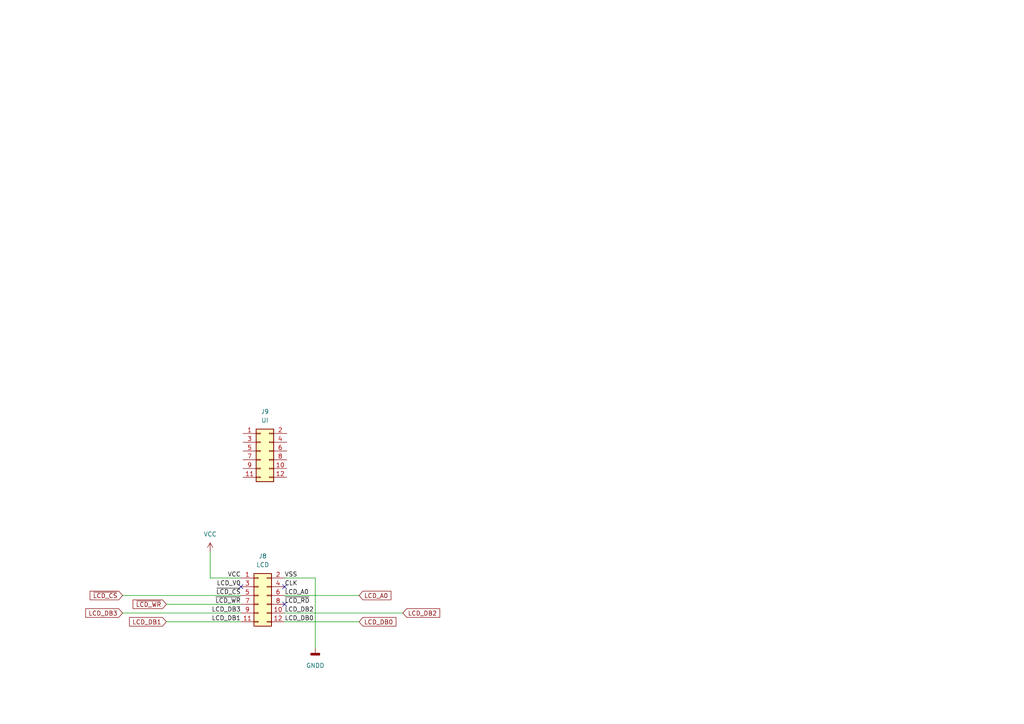
<source format=kicad_sch>
(kicad_sch (version 20211123) (generator eeschema)

  (uuid 21fbcf11-ef85-495e-ac4e-ca7efd6c0976)

  (paper "A4")

  (lib_symbols
    (symbol "Connector_Generic:Conn_02x06_Odd_Even" (pin_names (offset 1.016) hide) (in_bom yes) (on_board yes)
      (property "Reference" "J" (id 0) (at 1.27 7.62 0)
        (effects (font (size 1.27 1.27)))
      )
      (property "Value" "Conn_02x06_Odd_Even" (id 1) (at 1.27 -10.16 0)
        (effects (font (size 1.27 1.27)))
      )
      (property "Footprint" "" (id 2) (at 0 0 0)
        (effects (font (size 1.27 1.27)) hide)
      )
      (property "Datasheet" "~" (id 3) (at 0 0 0)
        (effects (font (size 1.27 1.27)) hide)
      )
      (property "ki_keywords" "connector" (id 4) (at 0 0 0)
        (effects (font (size 1.27 1.27)) hide)
      )
      (property "ki_description" "Generic connector, double row, 02x06, odd/even pin numbering scheme (row 1 odd numbers, row 2 even numbers), script generated (kicad-library-utils/schlib/autogen/connector/)" (id 5) (at 0 0 0)
        (effects (font (size 1.27 1.27)) hide)
      )
      (property "ki_fp_filters" "Connector*:*_2x??_*" (id 6) (at 0 0 0)
        (effects (font (size 1.27 1.27)) hide)
      )
      (symbol "Conn_02x06_Odd_Even_1_1"
        (rectangle (start -1.27 -7.493) (end 0 -7.747)
          (stroke (width 0.1524) (type default) (color 0 0 0 0))
          (fill (type none))
        )
        (rectangle (start -1.27 -4.953) (end 0 -5.207)
          (stroke (width 0.1524) (type default) (color 0 0 0 0))
          (fill (type none))
        )
        (rectangle (start -1.27 -2.413) (end 0 -2.667)
          (stroke (width 0.1524) (type default) (color 0 0 0 0))
          (fill (type none))
        )
        (rectangle (start -1.27 0.127) (end 0 -0.127)
          (stroke (width 0.1524) (type default) (color 0 0 0 0))
          (fill (type none))
        )
        (rectangle (start -1.27 2.667) (end 0 2.413)
          (stroke (width 0.1524) (type default) (color 0 0 0 0))
          (fill (type none))
        )
        (rectangle (start -1.27 5.207) (end 0 4.953)
          (stroke (width 0.1524) (type default) (color 0 0 0 0))
          (fill (type none))
        )
        (rectangle (start -1.27 6.35) (end 3.81 -8.89)
          (stroke (width 0.254) (type default) (color 0 0 0 0))
          (fill (type background))
        )
        (rectangle (start 3.81 -7.493) (end 2.54 -7.747)
          (stroke (width 0.1524) (type default) (color 0 0 0 0))
          (fill (type none))
        )
        (rectangle (start 3.81 -4.953) (end 2.54 -5.207)
          (stroke (width 0.1524) (type default) (color 0 0 0 0))
          (fill (type none))
        )
        (rectangle (start 3.81 -2.413) (end 2.54 -2.667)
          (stroke (width 0.1524) (type default) (color 0 0 0 0))
          (fill (type none))
        )
        (rectangle (start 3.81 0.127) (end 2.54 -0.127)
          (stroke (width 0.1524) (type default) (color 0 0 0 0))
          (fill (type none))
        )
        (rectangle (start 3.81 2.667) (end 2.54 2.413)
          (stroke (width 0.1524) (type default) (color 0 0 0 0))
          (fill (type none))
        )
        (rectangle (start 3.81 5.207) (end 2.54 4.953)
          (stroke (width 0.1524) (type default) (color 0 0 0 0))
          (fill (type none))
        )
        (pin passive line (at -5.08 5.08 0) (length 3.81)
          (name "Pin_1" (effects (font (size 1.27 1.27))))
          (number "1" (effects (font (size 1.27 1.27))))
        )
        (pin passive line (at 7.62 -5.08 180) (length 3.81)
          (name "Pin_10" (effects (font (size 1.27 1.27))))
          (number "10" (effects (font (size 1.27 1.27))))
        )
        (pin passive line (at -5.08 -7.62 0) (length 3.81)
          (name "Pin_11" (effects (font (size 1.27 1.27))))
          (number "11" (effects (font (size 1.27 1.27))))
        )
        (pin passive line (at 7.62 -7.62 180) (length 3.81)
          (name "Pin_12" (effects (font (size 1.27 1.27))))
          (number "12" (effects (font (size 1.27 1.27))))
        )
        (pin passive line (at 7.62 5.08 180) (length 3.81)
          (name "Pin_2" (effects (font (size 1.27 1.27))))
          (number "2" (effects (font (size 1.27 1.27))))
        )
        (pin passive line (at -5.08 2.54 0) (length 3.81)
          (name "Pin_3" (effects (font (size 1.27 1.27))))
          (number "3" (effects (font (size 1.27 1.27))))
        )
        (pin passive line (at 7.62 2.54 180) (length 3.81)
          (name "Pin_4" (effects (font (size 1.27 1.27))))
          (number "4" (effects (font (size 1.27 1.27))))
        )
        (pin passive line (at -5.08 0 0) (length 3.81)
          (name "Pin_5" (effects (font (size 1.27 1.27))))
          (number "5" (effects (font (size 1.27 1.27))))
        )
        (pin passive line (at 7.62 0 180) (length 3.81)
          (name "Pin_6" (effects (font (size 1.27 1.27))))
          (number "6" (effects (font (size 1.27 1.27))))
        )
        (pin passive line (at -5.08 -2.54 0) (length 3.81)
          (name "Pin_7" (effects (font (size 1.27 1.27))))
          (number "7" (effects (font (size 1.27 1.27))))
        )
        (pin passive line (at 7.62 -2.54 180) (length 3.81)
          (name "Pin_8" (effects (font (size 1.27 1.27))))
          (number "8" (effects (font (size 1.27 1.27))))
        )
        (pin passive line (at -5.08 -5.08 0) (length 3.81)
          (name "Pin_9" (effects (font (size 1.27 1.27))))
          (number "9" (effects (font (size 1.27 1.27))))
        )
      )
    )
    (symbol "power:GNDD" (power) (pin_names (offset 0)) (in_bom yes) (on_board yes)
      (property "Reference" "#PWR" (id 0) (at 0 -6.35 0)
        (effects (font (size 1.27 1.27)) hide)
      )
      (property "Value" "GNDD" (id 1) (at 0 -3.175 0)
        (effects (font (size 1.27 1.27)))
      )
      (property "Footprint" "" (id 2) (at 0 0 0)
        (effects (font (size 1.27 1.27)) hide)
      )
      (property "Datasheet" "" (id 3) (at 0 0 0)
        (effects (font (size 1.27 1.27)) hide)
      )
      (property "ki_keywords" "power-flag" (id 4) (at 0 0 0)
        (effects (font (size 1.27 1.27)) hide)
      )
      (property "ki_description" "Power symbol creates a global label with name \"GNDD\" , digital ground" (id 5) (at 0 0 0)
        (effects (font (size 1.27 1.27)) hide)
      )
      (symbol "GNDD_0_1"
        (rectangle (start -1.27 -1.524) (end 1.27 -2.032)
          (stroke (width 0.254) (type default) (color 0 0 0 0))
          (fill (type outline))
        )
        (polyline
          (pts
            (xy 0 0)
            (xy 0 -1.524)
          )
          (stroke (width 0) (type default) (color 0 0 0 0))
          (fill (type none))
        )
      )
      (symbol "GNDD_1_1"
        (pin power_in line (at 0 0 270) (length 0) hide
          (name "GNDD" (effects (font (size 1.27 1.27))))
          (number "1" (effects (font (size 1.27 1.27))))
        )
      )
    )
    (symbol "power:VCC" (power) (pin_names (offset 0)) (in_bom yes) (on_board yes)
      (property "Reference" "#PWR" (id 0) (at 0 -3.81 0)
        (effects (font (size 1.27 1.27)) hide)
      )
      (property "Value" "VCC" (id 1) (at 0 3.81 0)
        (effects (font (size 1.27 1.27)))
      )
      (property "Footprint" "" (id 2) (at 0 0 0)
        (effects (font (size 1.27 1.27)) hide)
      )
      (property "Datasheet" "" (id 3) (at 0 0 0)
        (effects (font (size 1.27 1.27)) hide)
      )
      (property "ki_keywords" "power-flag" (id 4) (at 0 0 0)
        (effects (font (size 1.27 1.27)) hide)
      )
      (property "ki_description" "Power symbol creates a global label with name \"VCC\"" (id 5) (at 0 0 0)
        (effects (font (size 1.27 1.27)) hide)
      )
      (symbol "VCC_0_1"
        (polyline
          (pts
            (xy -0.762 1.27)
            (xy 0 2.54)
          )
          (stroke (width 0) (type default) (color 0 0 0 0))
          (fill (type none))
        )
        (polyline
          (pts
            (xy 0 0)
            (xy 0 2.54)
          )
          (stroke (width 0) (type default) (color 0 0 0 0))
          (fill (type none))
        )
        (polyline
          (pts
            (xy 0 2.54)
            (xy 0.762 1.27)
          )
          (stroke (width 0) (type default) (color 0 0 0 0))
          (fill (type none))
        )
      )
      (symbol "VCC_1_1"
        (pin power_in line (at 0 0 90) (length 0) hide
          (name "VCC" (effects (font (size 1.27 1.27))))
          (number "1" (effects (font (size 1.27 1.27))))
        )
      )
    )
  )


  (no_connect (at 82.55 170.18) (uuid 3c3596ff-7fd6-42bc-8038-056cd391a1bc))
  (no_connect (at 69.85 170.18) (uuid 6a92c775-d50e-489b-8bd8-6cb2d50e5dc9))
  (no_connect (at 82.55 175.26) (uuid bb461839-8837-41e1-8e8a-634785b5d0c6))

  (wire (pts (xy 91.44 167.64) (xy 91.44 187.96))
    (stroke (width 0) (type default) (color 0 0 0 0))
    (uuid 0b3f4cf6-a1c1-481e-9962-b81177605508)
  )
  (wire (pts (xy 82.55 177.8) (xy 116.84 177.8))
    (stroke (width 0) (type default) (color 0 0 0 0))
    (uuid 25662a57-a9cb-4313-847b-fd90d848c023)
  )
  (wire (pts (xy 35.56 172.72) (xy 69.85 172.72))
    (stroke (width 0) (type default) (color 0 0 0 0))
    (uuid 30d80135-62b0-4aa8-9be6-c8f89d3e512b)
  )
  (wire (pts (xy 35.56 177.8) (xy 69.85 177.8))
    (stroke (width 0) (type default) (color 0 0 0 0))
    (uuid 3ccaa54c-502a-4e2d-a084-340b47ce0096)
  )
  (wire (pts (xy 48.26 180.34) (xy 69.85 180.34))
    (stroke (width 0) (type default) (color 0 0 0 0))
    (uuid 5cd6bc3d-bde4-40fd-b505-724735227cc1)
  )
  (wire (pts (xy 82.55 172.72) (xy 104.14 172.72))
    (stroke (width 0) (type default) (color 0 0 0 0))
    (uuid 832badf1-ffd5-4b18-8ced-80d90a51dcde)
  )
  (wire (pts (xy 60.96 160.02) (xy 60.96 167.64))
    (stroke (width 0) (type default) (color 0 0 0 0))
    (uuid a12d7c5c-2e61-4b5c-ae62-7cbd33fc5e69)
  )
  (wire (pts (xy 82.55 180.34) (xy 104.14 180.34))
    (stroke (width 0) (type default) (color 0 0 0 0))
    (uuid a1f4f75c-32d8-4b09-b6d6-194db5f137a2)
  )
  (wire (pts (xy 48.26 175.26) (xy 69.85 175.26))
    (stroke (width 0) (type default) (color 0 0 0 0))
    (uuid b2c7eabd-3236-4d52-8e81-e6edc7312a53)
  )
  (wire (pts (xy 60.96 167.64) (xy 69.85 167.64))
    (stroke (width 0) (type default) (color 0 0 0 0))
    (uuid bb8e6a47-ef13-4e49-a44e-c8790474f6ab)
  )
  (wire (pts (xy 82.55 167.64) (xy 91.44 167.64))
    (stroke (width 0) (type default) (color 0 0 0 0))
    (uuid fd70c394-37a5-4370-9fc6-03be05dcc83a)
  )

  (label "LCD_A0" (at 82.55 172.72 0)
    (effects (font (size 1.27 1.27)) (justify left bottom))
    (uuid 4771aafe-c21e-4957-8a7e-182ed33d7d35)
  )
  (label "LCD_DB3" (at 69.85 177.8 180)
    (effects (font (size 1.27 1.27)) (justify right bottom))
    (uuid 5227eeea-ff3c-41cc-bb30-d4977e2d1b95)
  )
  (label "CLK" (at 82.55 170.18 0)
    (effects (font (size 1.27 1.27)) (justify left bottom))
    (uuid 55799ddd-bcbb-43bb-bbfc-6cf907be654f)
  )
  (label "LCD_DB1" (at 69.85 180.34 180)
    (effects (font (size 1.27 1.27)) (justify right bottom))
    (uuid 61ca7a1b-1aab-4094-954a-ace70cc645ba)
  )
  (label "LCD_DB0" (at 82.55 180.34 0)
    (effects (font (size 1.27 1.27)) (justify left bottom))
    (uuid 6e479f99-4264-4984-867d-83e69e5afdd8)
  )
  (label "VSS" (at 82.55 167.64 0)
    (effects (font (size 1.27 1.27)) (justify left bottom))
    (uuid 92cc83f0-aa3a-4e82-9fe1-5f7216f20ef7)
  )
  (label "LCD_V0" (at 69.85 170.18 180)
    (effects (font (size 1.27 1.27)) (justify right bottom))
    (uuid b4654b8d-3268-4ee6-b586-62eb74ecaf17)
  )
  (label "~{LCD_RD}" (at 82.55 175.26 0)
    (effects (font (size 1.27 1.27)) (justify left bottom))
    (uuid b50165d4-d389-4cc2-b561-de1237fadac7)
  )
  (label "~{LCD_CS}" (at 69.85 172.72 180)
    (effects (font (size 1.27 1.27)) (justify right bottom))
    (uuid b7a83109-989c-438e-a7ec-55b8a1f388e3)
  )
  (label "LCD_DB2" (at 82.55 177.8 0)
    (effects (font (size 1.27 1.27)) (justify left bottom))
    (uuid ca1acbe9-0ac2-4ab5-bf72-32e10322374c)
  )
  (label "VCC" (at 69.85 167.64 180)
    (effects (font (size 1.27 1.27)) (justify right bottom))
    (uuid f66cc16b-cc3d-41c7-9060-90073a5ddbb7)
  )
  (label "~{LCD_WR}" (at 69.85 175.26 180)
    (effects (font (size 1.27 1.27)) (justify right bottom))
    (uuid fb3f7d56-6c47-443c-aaaf-0bcdfcf15154)
  )

  (global_label "LCD_DB3" (shape input) (at 35.56 177.8 180) (fields_autoplaced)
    (effects (font (size 1.27 1.27)) (justify right))
    (uuid 74c12611-fd7f-4ac8-aa7b-7b09cd0ca1f0)
    (property "Intersheet References" "${INTERSHEET_REFS}" (id 0) (at 24.8617 177.7206 0)
      (effects (font (size 1.27 1.27)) (justify right) hide)
    )
  )
  (global_label "LCD_A0" (shape input) (at 104.14 172.72 0) (fields_autoplaced)
    (effects (font (size 1.27 1.27)) (justify left))
    (uuid 7fe648cc-2c80-40c0-986a-bc8201cc5e32)
    (property "Intersheet References" "${INTERSHEET_REFS}" (id 0) (at 113.3869 172.6406 0)
      (effects (font (size 1.27 1.27)) (justify left) hide)
    )
  )
  (global_label "LCD_DB0" (shape input) (at 104.14 180.34 0) (fields_autoplaced)
    (effects (font (size 1.27 1.27)) (justify left))
    (uuid 87b48604-d1db-4a77-9f26-fd75d42be48b)
    (property "Intersheet References" "${INTERSHEET_REFS}" (id 0) (at 114.8383 180.2606 0)
      (effects (font (size 1.27 1.27)) (justify left) hide)
    )
  )
  (global_label "LCD_DB1" (shape input) (at 48.26 180.34 180) (fields_autoplaced)
    (effects (font (size 1.27 1.27)) (justify right))
    (uuid 89b822bf-4e59-4c46-9f1b-d8cf38283ef9)
    (property "Intersheet References" "${INTERSHEET_REFS}" (id 0) (at 37.5617 180.2606 0)
      (effects (font (size 1.27 1.27)) (justify right) hide)
    )
  )
  (global_label "LCD_DB2" (shape input) (at 116.84 177.8 0) (fields_autoplaced)
    (effects (font (size 1.27 1.27)) (justify left))
    (uuid 8db1523a-a3bc-4317-8bef-b066bbc9b738)
    (property "Intersheet References" "${INTERSHEET_REFS}" (id 0) (at 127.5383 177.7206 0)
      (effects (font (size 1.27 1.27)) (justify left) hide)
    )
  )
  (global_label "~{LCD_CS}" (shape input) (at 35.56 172.72 180) (fields_autoplaced)
    (effects (font (size 1.27 1.27)) (justify right))
    (uuid bbfa3387-cd62-4b8c-98f7-2f57214de472)
    (property "Intersheet References" "${INTERSHEET_REFS}" (id 0) (at 26.1317 172.6406 0)
      (effects (font (size 1.27 1.27)) (justify right) hide)
    )
  )
  (global_label "~{LCD_WR}" (shape input) (at 48.26 175.26 180) (fields_autoplaced)
    (effects (font (size 1.27 1.27)) (justify right))
    (uuid ccbc3cf2-67b4-43cd-ab4f-d34bb5553f0f)
    (property "Intersheet References" "${INTERSHEET_REFS}" (id 0) (at 38.5898 175.1806 0)
      (effects (font (size 1.27 1.27)) (justify right) hide)
    )
  )

  (symbol (lib_id "Connector_Generic:Conn_02x06_Odd_Even") (at 75.565 130.81 0) (unit 1)
    (in_bom yes) (on_board yes) (fields_autoplaced)
    (uuid 606c35b0-81c1-4728-9beb-ef0a138e044e)
    (property "Reference" "J9" (id 0) (at 76.835 119.38 0))
    (property "Value" "UI" (id 1) (at 76.835 121.92 0))
    (property "Footprint" "Connector_PinHeader_2.54mm:PinHeader_2x06_P2.54mm_Vertical" (id 2) (at 75.565 130.81 0)
      (effects (font (size 1.27 1.27)) hide)
    )
    (property "Datasheet" "~" (id 3) (at 75.565 130.81 0)
      (effects (font (size 1.27 1.27)) hide)
    )
    (pin "1" (uuid 42106cae-d735-4c1c-ba38-7f3c0968a3b1))
    (pin "10" (uuid b25fef5b-d375-4d94-85c2-086efc736aa3))
    (pin "11" (uuid 99e207c8-baf0-4598-be1d-54c52f592583))
    (pin "12" (uuid 1baa8d8c-6a41-40c3-b7a5-47498e1de8e4))
    (pin "2" (uuid 993ff62e-9b51-4554-a22f-375d17010d03))
    (pin "3" (uuid 08e786e2-9f8f-40ac-a435-28c28a43dd45))
    (pin "4" (uuid c4c8449a-190d-4619-9ba9-46211128e504))
    (pin "5" (uuid dcca3b0e-4b86-40b3-90f9-9c5080fa1e6e))
    (pin "6" (uuid 599efd60-999d-465a-bee0-b0939f9fedca))
    (pin "7" (uuid 60ead40d-5cf3-4706-b5ca-fae27d987bde))
    (pin "8" (uuid 9c6dc2f7-b15b-455a-ade2-7d5d23ddb84f))
    (pin "9" (uuid 170ed5bd-7721-4b70-aa41-e2a82d0f1354))
  )

  (symbol (lib_id "power:GNDD") (at 91.44 187.96 0) (unit 1)
    (in_bom yes) (on_board yes) (fields_autoplaced)
    (uuid b280863e-8ecf-4aa0-8587-c60d9127e3cd)
    (property "Reference" "#PWR075" (id 0) (at 91.44 194.31 0)
      (effects (font (size 1.27 1.27)) hide)
    )
    (property "Value" "GNDD" (id 1) (at 91.44 193.04 0))
    (property "Footprint" "" (id 2) (at 91.44 187.96 0)
      (effects (font (size 1.27 1.27)) hide)
    )
    (property "Datasheet" "" (id 3) (at 91.44 187.96 0)
      (effects (font (size 1.27 1.27)) hide)
    )
    (pin "1" (uuid 447d7190-27af-4b2e-b2af-eee2316769d7))
  )

  (symbol (lib_id "Connector_Generic:Conn_02x06_Odd_Even") (at 74.93 172.72 0) (unit 1)
    (in_bom yes) (on_board yes) (fields_autoplaced)
    (uuid b5b0a5bd-bc6c-4cc8-93fa-6b3a723f1510)
    (property "Reference" "J8" (id 0) (at 76.2 161.29 0))
    (property "Value" "LCD" (id 1) (at 76.2 163.83 0))
    (property "Footprint" "Connector_PinHeader_2.54mm:PinHeader_2x06_P2.54mm_Vertical" (id 2) (at 74.93 172.72 0)
      (effects (font (size 1.27 1.27)) hide)
    )
    (property "Datasheet" "~" (id 3) (at 74.93 172.72 0)
      (effects (font (size 1.27 1.27)) hide)
    )
    (pin "1" (uuid 0d5d6854-d199-4a1e-8acb-f645824ca386))
    (pin "10" (uuid d6b0381e-92f5-4127-b438-e11d644e5314))
    (pin "11" (uuid 3d45654c-8eff-41f8-a647-0a423b2af38c))
    (pin "12" (uuid 6b632785-fece-4455-956c-26cb44d35b78))
    (pin "2" (uuid 3764e028-65fc-4fbc-9483-d6388f8f85a3))
    (pin "3" (uuid e8db9ec8-42a9-4c12-80e4-aed9b63aa35f))
    (pin "4" (uuid 16bb9273-9376-41ac-a05e-c5ac5708d44a))
    (pin "5" (uuid 52cbe9d4-48a2-4ea5-b28d-268cbe670a1e))
    (pin "6" (uuid 850cb55a-d808-4f76-9db4-eadfdda8f536))
    (pin "7" (uuid 92743e10-08a9-480c-9559-74afaf607a7f))
    (pin "8" (uuid c314027b-28f0-45d5-ae82-71edd781929b))
    (pin "9" (uuid eb63371b-bf9f-4444-970f-1784f83fca7a))
  )

  (symbol (lib_id "power:VCC") (at 60.96 160.02 0) (unit 1)
    (in_bom yes) (on_board yes) (fields_autoplaced)
    (uuid bac6c31f-8fb6-4efe-8e24-3fc20ef0f9d4)
    (property "Reference" "#PWR074" (id 0) (at 60.96 163.83 0)
      (effects (font (size 1.27 1.27)) hide)
    )
    (property "Value" "VCC" (id 1) (at 60.96 154.94 0))
    (property "Footprint" "" (id 2) (at 60.96 160.02 0)
      (effects (font (size 1.27 1.27)) hide)
    )
    (property "Datasheet" "" (id 3) (at 60.96 160.02 0)
      (effects (font (size 1.27 1.27)) hide)
    )
    (pin "1" (uuid 51cf014b-00ef-4801-9f1c-f0df7d2127ad))
  )
)

</source>
